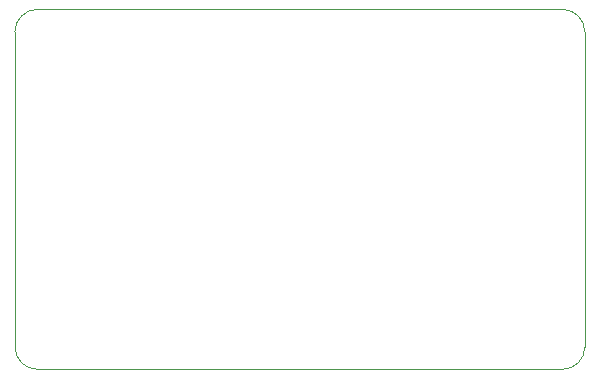
<source format=gm1>
G04 #@! TF.GenerationSoftware,KiCad,Pcbnew,7.0.10-7.0.10~ubuntu22.04.1*
G04 #@! TF.CreationDate,2025-03-20T21:46:33+01:00*
G04 #@! TF.ProjectId,jlink-tagConnect-adapter-v4,6a6c696e-6b2d-4746-9167-436f6e6e6563,rev?*
G04 #@! TF.SameCoordinates,Original*
G04 #@! TF.FileFunction,Profile,NP*
%FSLAX46Y46*%
G04 Gerber Fmt 4.6, Leading zero omitted, Abs format (unit mm)*
G04 Created by KiCad (PCBNEW 7.0.10-7.0.10~ubuntu22.04.1) date 2025-03-20 21:46:33*
%MOMM*%
%LPD*%
G01*
G04 APERTURE LIST*
G04 #@! TA.AperFunction,Profile*
%ADD10C,0.101600*%
G04 #@! TD*
G04 APERTURE END LIST*
D10*
X137795000Y-93345000D02*
G75*
G03*
X135890000Y-91440000I-1905000J0D01*
G01*
X137795000Y-120015000D02*
X137795000Y-93345000D01*
X89535000Y-120015000D02*
G75*
G03*
X91440000Y-121920000I1905000J0D01*
G01*
X91440000Y-121920000D02*
X135890000Y-121920000D01*
X135890000Y-121920000D02*
G75*
G03*
X137795000Y-120015000I0J1905000D01*
G01*
X135890000Y-91440000D02*
X91440000Y-91440000D01*
X91440000Y-91440000D02*
G75*
G03*
X89535000Y-93345000I0J-1905000D01*
G01*
X89535000Y-93345000D02*
X89535000Y-120015000D01*
M02*

</source>
